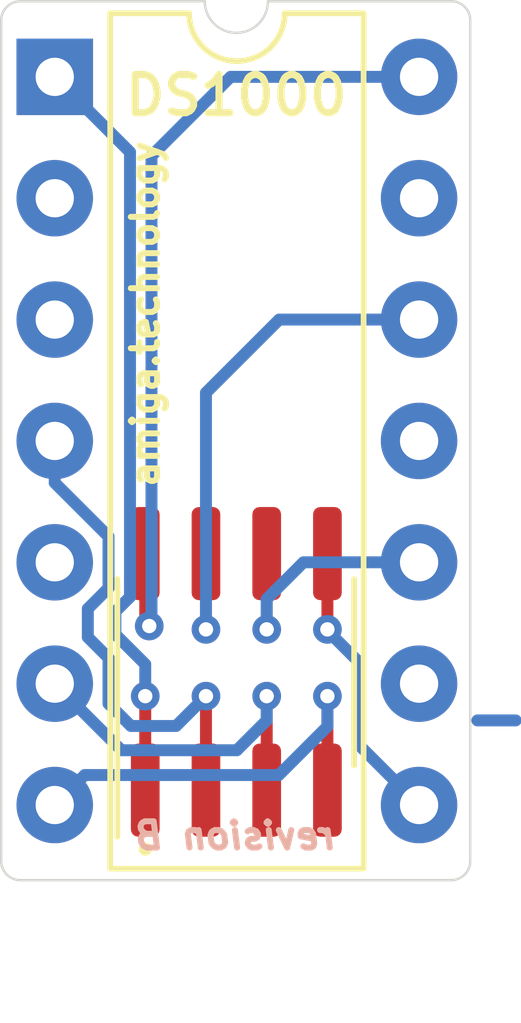
<source format=kicad_pcb>
(kicad_pcb (version 20210228) (generator pcbnew)
  (layers (0 "F.Cu" signal) (31 "B.Cu" signal) (34 "B.Paste" user) (35 "F.Paste" user) (36 "B.SilkS" user "B.Silkscreen") (37 "F.SilkS" user "F.Silkscreen") (38 "B.Mask" user) (39 "F.Mask" user) (44 "Edge.Cuts" user))
  (net 0 "")
  (net 1 "Net-(U1-Pad1)")
  (net 2 "Net-(U1-Pad2)")
  (net 3 "Net-(U1-Pad3)")
  (net 4 "Net-(U1-Pad4)")
  (net 5 "Net-(U1-Pad5)")
  (net 6 "Net-(U1-Pad6)")
  (net 7 "Net-(U1-Pad7)")
  (net 8 "Net-(U1-Pad8)")
  (footprint "Package_DIP:DIP-14_W7.62mm" (layer "F.Cu") (at 123.964 42.919)
    (fp_text reference "DS1000" (at 3.798 0.388) (layer "F.SilkS") (effects (font (size 0.8 0.8))))
    (fp_text value "amiga.technology" (at 1.893 4.96 90) (layer "F.SilkS") (effects (font (size 0.55 0.55) (thickness 0.125))))
    (fp_line (start 2.81 -1.33) (end 1.16 -1.33) (layer "F.SilkS") (width 0.12))
    (fp_line (start 6.46 -1.33) (end 4.81 -1.33) (layer "F.SilkS") (width 0.12))
    (fp_line (start 6.46 16.57) (end 6.46 -1.33) (layer "F.SilkS") (width 0.12))
    (fp_line (start 1.16 -1.33) (end 1.16 16.57) (layer "F.SilkS") (width 0.12))
    (fp_line (start 1.16 16.57) (end 6.46 16.57) (layer "F.SilkS") (width 0.12))
    (fp_arc (start 3.81 -1.33) (end 2.81 -1.33) (angle -180) (layer "F.SilkS") (width 0.12))
    (pad "1" thru_hole rect (at 0 0) (size 1.6 1.6) (drill 0.8) (layers *.Cu *.Mask) (net 1 "Net-(U1-Pad1)"))
    (pad "2" thru_hole oval (at 0 2.54) (size 1.6 1.6) (drill 0.8) (layers *.Cu *.Mask))
    (pad "3" thru_hole oval (at 0 5.08) (size 1.6 1.6) (drill 0.8) (layers *.Cu *.Mask))
    (pad "4" thru_hole oval (at 0 7.62) (size 1.6 1.6) (drill 0.8) (layers *.Cu *.Mask) (net 2 "Net-(U1-Pad2)"))
    (pad "5" thru_hole oval (at 0 10.16) (size 1.6 1.6) (drill 0.8) (layers *.Cu *.Mask))
    (pad "6" thru_hole oval (at 0 12.7) (size 1.6 1.6) (drill 0.8) (layers *.Cu *.Mask) (net 3 "Net-(U1-Pad3)"))
    (pad "7" thru_hole oval (at 0 15.24) (size 1.6 1.6) (drill 0.8) (layers *.Cu *.Mask) (net 4 "Net-(U1-Pad4)"))
    (pad "8" thru_hole oval (at 7.62 15.24) (size 1.6 1.6) (drill 0.8) (layers *.Cu *.Mask) (net 5 "Net-(U1-Pad5)"))
    (pad "9" thru_hole oval (at 7.62 12.7) (size 1.6 1.6) (drill 0.8) (layers *.Cu *.Mask))
    (pad "10" thru_hole oval (at 7.62 10.16) (size 1.6 1.6) (drill 0.8) (layers *.Cu *.Mask) (net 6 "Net-(U1-Pad6)"))
    (pad "11" thru_hole oval (at 7.62 7.62) (size 1.6 1.6) (drill 0.8) (layers *.Cu *.Mask))
    (pad "12" thru_hole oval (at 7.62 5.08) (size 1.6 1.6) (drill 0.8) (layers *.Cu *.Mask) (net 7 "Net-(U1-Pad7)"))
    (pad "13" thru_hole oval (at 7.62 2.54) (size 1.6 1.6) (drill 0.8) (layers *.Cu *.Mask))
    (pad "14" thru_hole oval (at 7.62 0) (size 1.6 1.6) (drill 0.8) (layers *.Cu *.Mask) (net 8 "Net-(U1-Pad8)"))
  )
  (footprint "DS1000:SOIC-8_3.9x4.9mm_P1.27mm" (layer "F.Cu") (at 127.762 55.372 90)
    (fp_text reference "U1" hide)
    (fp_text value "DS1000-25_(SOIC)")
    (fp_line (start -0.0022 -2.4892) (end 1.9478 -2.4892) (layer "F.SilkS") (width 0.12))
    (fp_line (start -0.0098 2.4638) (end 1.9402 2.4638) (layer "F.SilkS") (width 0.12))
    (fp_line (start -0.0098 2.4638) (end -1.9598 2.4638) (layer "F.SilkS") (width 0.12))
    (fp_line (start -0.0022 -2.4892) (end -3.4522 -2.4892) (layer "F.SilkS") (width 0.12))
    (pad "1" smd roundrect (at -2.475 -1.905 90) (size 1.95 0.6) (layers "F.Cu" "F.Paste" "F.Mask") (net 1 "Net-(U1-Pad1)"))
    (pad "2" smd roundrect (at -2.475 -0.635 90) (size 1.95 0.6) (layers "F.Cu" "F.Paste" "F.Mask") (net 2 "Net-(U1-Pad2)"))
    (pad "3" smd roundrect (at -2.475 0.635 90) (size 1.95 0.6) (layers "F.Cu" "F.Paste" "F.Mask") (net 3 "Net-(U1-Pad3)"))
    (pad "4" smd roundrect (at -2.475 1.905 90) (size 1.95 0.6) (layers "F.Cu" "F.Paste" "F.Mask") (net 4 "Net-(U1-Pad4)"))
    (pad "5" smd roundrect (at 2.475 1.905 90) (size 1.95 0.6) (layers "F.Cu" "F.Paste" "F.Mask") (net 5 "Net-(U1-Pad5)"))
    (pad "6" smd roundrect (at 2.475 0.635 90) (size 1.95 0.6) (layers "F.Cu" "F.Paste" "F.Mask") (net 6 "Net-(U1-Pad6)"))
    (pad "7" smd roundrect (at 2.475 -0.635 90) (size 1.95 0.6) (layers "F.Cu" "F.Paste" "F.Mask") (net 7 "Net-(U1-Pad7)"))
    (pad "8" smd roundrect (at 2.475 -1.905 90) (size 1.95 0.6) (layers "F.Cu" "F.Paste" "F.Mask") (net 8 "Net-(U1-Pad8)"))
  )
  (gr_circle (center 125.857 59.0804) (end 125.937 59.0804) (layer "F.SilkS") (width 0.12) (fill solid))
  (gr_line (start 122.844244 59.330957) (end 122.844244 41.737598) (layer "Edge.Cuts") (width 0.05))
  (gr_arc (start 127.762 41.3376) (end 128.4224 41.3376) (angle 180) (layer "Edge.Cuts") (width 0.05))
  (gr_arc (start 132.254356 41.735641) (end 132.654356 41.735643) (angle -90) (layer "Edge.Cuts") (width 0.05))
  (gr_line (start 132.254357 59.730956) (end 123.244242 59.730959) (layer "Edge.Cuts") (width 0.05))
  (gr_arc (start 132.254359 59.330956) (end 132.254357 59.730956) (angle -90) (layer "Edge.Cuts") (width 0.05))
  (gr_line (start 128.4224 41.3376) (end 132.254356 41.3376) (layer "Edge.Cuts") (width 0.05))
  (gr_arc (start 123.244244 41.7376) (end 123.244246 41.3376) (angle -90) (layer "Edge.Cuts") (width 0.05))
  (gr_arc (start 123.244244 59.330959) (end 122.844244 59.330957) (angle -90) (layer "Edge.Cuts") (width 0.05))
  (gr_line (start 132.654356 41.735643) (end 132.654359 59.330958) (layer "Edge.Cuts") (width 0.05))
  (gr_line (start 123.244246 41.3376) (end 127.1016 41.3376) (layer "Edge.Cuts") (width 0.05))
  (gr_text "revision B" (at 127.762 58.801) (layer "B.SilkS") (effects (font (size 0.55 0.55) (thickness 0.125) italic) (justify mirror)))
  (segment (start 133.604 56.388) (end 132.803878 56.388) (width 0.25) (layer "B.Cu") (net 0))
  (segment (start 125.857 57.847) (end 125.857 55.88) (width 0.25) (layer "F.Cu") (net 1))
  (via (at 125.857 55.88) (size 0.6) (drill 0.3) (layers "F.Cu" "B.Cu") (net 1))
  (segment (start 125.538021 53.80496) (end 125.232498 54.110483) (width 0.25) (layer "B.Cu") (net 1))
  (segment (start 125.232498 54.110483) (end 125.232498 54.587517) (width 0.25) (layer "B.Cu") (net 1))
  (segment (start 125.538021 44.493021) (end 125.538021 53.80496) (width 0.25) (layer "B.Cu") (net 1))
  (segment (start 125.232498 54.587517) (end 125.857 55.212019) (width 0.25) (layer "B.Cu") (net 1))
  (segment (start 123.964 42.919) (end 125.538021 44.493021) (width 0.25) (layer "B.Cu") (net 1))
  (segment (start 125.857 55.212019) (end 125.857 55.88) (width 0.25) (layer "B.Cu") (net 1))
  (segment (start 127.127 57.847) (end 127.127 56.007) (width 0.25) (layer "F.Cu") (net 2))
  (via (at 127.127 55.88) (size 0.6) (drill 0.3) (layers "F.Cu" "B.Cu") (net 2))
  (segment (start 126.502499 56.504501) (end 127.127 55.88) (width 0.25) (layer "B.Cu") (net 2))
  (segment (start 125.557239 56.504501) (end 126.502499 56.504501) (width 0.25) (layer "B.Cu") (net 2))
  (segment (start 125.088511 53.618766) (end 124.655986 54.051291) (width 0.25) (layer "B.Cu") (net 2))
  (segment (start 125.088511 52.539234) (end 125.088511 53.618766) (width 0.25) (layer "B.Cu") (net 2))
  (segment (start 125.088511 56.035773) (end 125.557239 56.504501) (width 0.25) (layer "B.Cu") (net 2))
  (segment (start 124.655986 54.646709) (end 125.088511 55.079234) (width 0.25) (layer "B.Cu") (net 2))
  (segment (start 123.964 50.539) (end 123.964 51.414723) (width 0.25) (layer "B.Cu") (net 2))
  (segment (start 125.088511 55.079234) (end 125.088511 56.035773) (width 0.25) (layer "B.Cu") (net 2))
  (segment (start 124.655986 54.051291) (end 124.655986 54.646709) (width 0.25) (layer "B.Cu") (net 2))
  (segment (start 123.964 51.414723) (end 125.088511 52.539234) (width 0.25) (layer "B.Cu") (net 2))
  (segment (start 128.397 56.872) (end 128.397 56.007) (width 0.25) (layer "F.Cu") (net 3))
  (segment (start 123.964 55.619) (end 123.971 55.626) (width 0.25) (layer "F.Cu") (net 3))
  (via (at 128.397 55.88) (size 0.6) (drill 0.3) (layers "F.Cu" "B.Cu") (net 3))
  (segment (start 123.964 55.619) (end 125.357501 57.012501) (width 0.25) (layer "B.Cu") (net 3))
  (segment (start 128.397 56.388) (end 128.397 56.007) (width 0.25) (layer "B.Cu") (net 3))
  (segment (start 127.772499 57.012501) (end 128.397 56.388) (width 0.25) (layer "B.Cu") (net 3))
  (segment (start 125.357501 57.012501) (end 127.772499 57.012501) (width 0.25) (layer "B.Cu") (net 3))
  (segment (start 129.667 57.847) (end 129.667 56.134) (width 0.25) (layer "F.Cu") (net 4))
  (via (at 129.667 55.88) (size 0.6) (drill 0.3) (layers "F.Cu" "B.Cu") (net 4))
  (segment (start 124.592 57.531) (end 128.651 57.531) (width 0.25) (layer "B.Cu") (net 4))
  (segment (start 129.667 56.515) (end 129.667 55.88) (width 0.25) (layer "B.Cu") (net 4))
  (segment (start 123.964 58.159) (end 124.592 57.531) (width 0.25) (layer "B.Cu") (net 4))
  (segment (start 128.651 57.531) (end 129.667 56.515) (width 0.25) (layer "B.Cu") (net 4))
  (segment (start 129.667 52.897) (end 129.667 54.61) (width 0.25) (layer "F.Cu") (net 5))
  (via (at 129.667 54.483) (size 0.6) (drill 0.3) (layers "F.Cu" "B.Cu") (net 5))
  (segment (start 129.667 54.5084) (end 130.291501 55.132901) (width 0.25) (layer "B.Cu") (net 5))
  (segment (start 130.291501 55.132901) (end 130.291501 56.866501) (width 0.25) (layer "B.Cu") (net 5))
  (segment (start 130.291501 56.866501) (end 131.584 58.159) (width 0.25) (layer "B.Cu") (net 5))
  (segment (start 128.397 52.897) (end 128.397 54.483) (width 0.25) (layer "F.Cu") (net 6))
  (via (at 128.397 54.483) (size 0.6) (drill 0.3) (layers "F.Cu" "B.Cu") (net 6))
  (segment (start 128.397 53.848) (end 128.397 54.483) (width 0.25) (layer "B.Cu") (net 6))
  (segment (start 131.584 53.079) (end 129.166 53.079) (width 0.25) (layer "B.Cu") (net 6))
  (segment (start 129.166 53.079) (end 128.397 53.848) (width 0.25) (layer "B.Cu") (net 6))
  (segment (start 127.127 52.897) (end 127.127 52.513854) (width 0.25) (layer "F.Cu") (net 7))
  (segment (start 127.127 52.897) (end 127.127 54.483) (width 0.25) (layer "F.Cu") (net 7))
  (via (at 127.127 54.483) (size 0.6) (drill 0.3) (layers "F.Cu" "B.Cu") (net 7))
  (segment (start 131.584 47.999) (end 128.658 47.999) (width 0.25) (layer "B.Cu") (net 7))
  (segment (start 127.127 49.53) (end 127.127 54.483) (width 0.25) (layer "B.Cu") (net 7))
  (segment (start 128.658 47.999) (end 127.127 49.53) (width 0.25) (layer "B.Cu") (net 7))
  (segment (start 125.857 52.897) (end 125.857 54.328841) (width 0.25) (layer "F.Cu") (net 8))
  (segment (start 125.857 54.328841) (end 125.870579 54.34242) (width 0.25) (layer "F.Cu") (net 8))
  (segment (start 125.857 52.897) (end 125.857 52.197) (width 0.25) (layer "F.Cu") (net 8))
  (via (at 125.940869 54.41271) (size 0.6) (drill 0.3) (layers "F.Cu" "B.Cu") (net 8))
  (segment (start 127.642 42.919) (end 125.987533 44.573467) (width 0.25) (layer "B.Cu") (net 8))
  (segment (start 131.584 42.919) (end 127.642 42.919) (width 0.25) (layer "B.Cu") (net 8))
  (segment (start 125.987533 54.225466) (end 125.870579 54.34242) (width 0.25) (layer "B.Cu") (net 8))
  (segment (start 125.987533 44.573467) (end 125.987533 54.225466) (width 0.25) (layer "B.Cu") (net 8))
)
</source>
